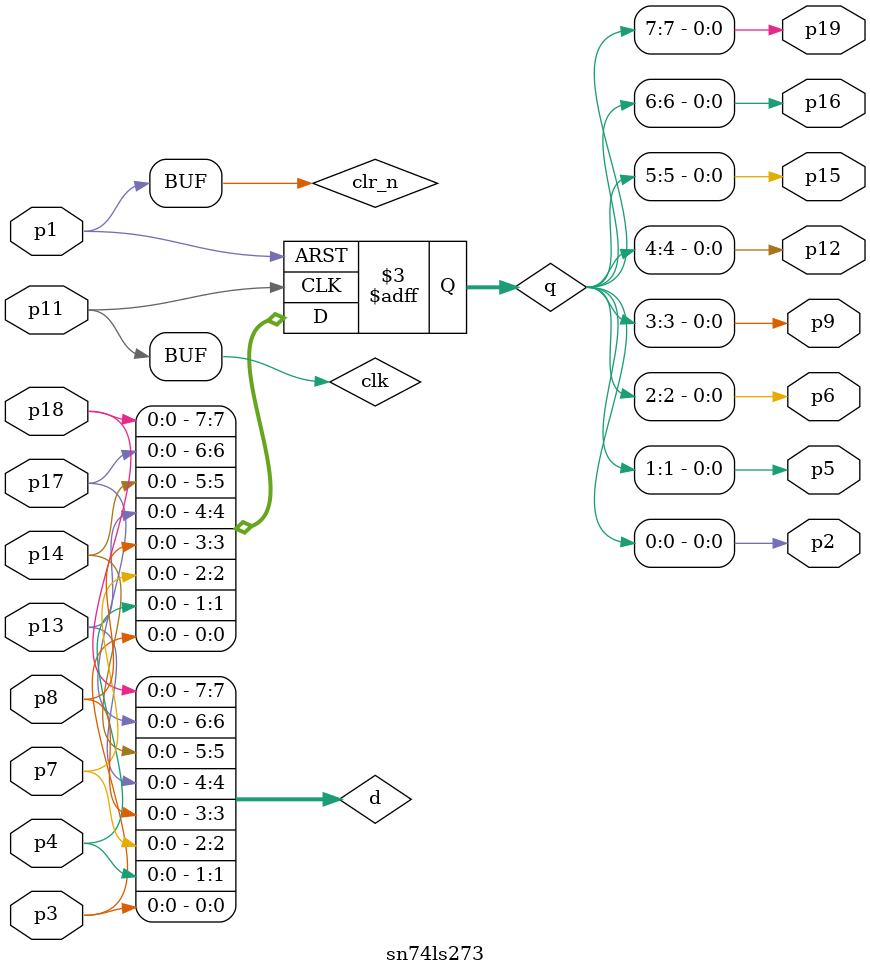
<source format=v>
module sn74ls273
  (
   output p2,
   output p5,
   output p6,
   output p9,
   output p12,
   output p15,
   output p16,
   output p19,

   input  p3,
   input  p4,
   input  p7,
   input  p8,
   input  p13,
   input  p14,
   input  p17,
   input  p18,

   input  p11,
   input  p1
   );

    wire [7:0] d;
    reg [7:0]  q;
    wire       clr_n;
    wire       clk;

    assign d = {p18,p17,p14,p13,p8,p7,p4,p3};
    assign {p19,p16,p15,p12,p9,p6,p5,p2} = q;
    assign clk = p11;
    assign clr_n = p1;

    always @(posedge clk or negedge clr_n) begin
        if (clr_n == 1'b0) begin
            q <= 8'b0;
        end
        else begin
            q <= d;
        end
    end

endmodule // sn74ls273

</source>
